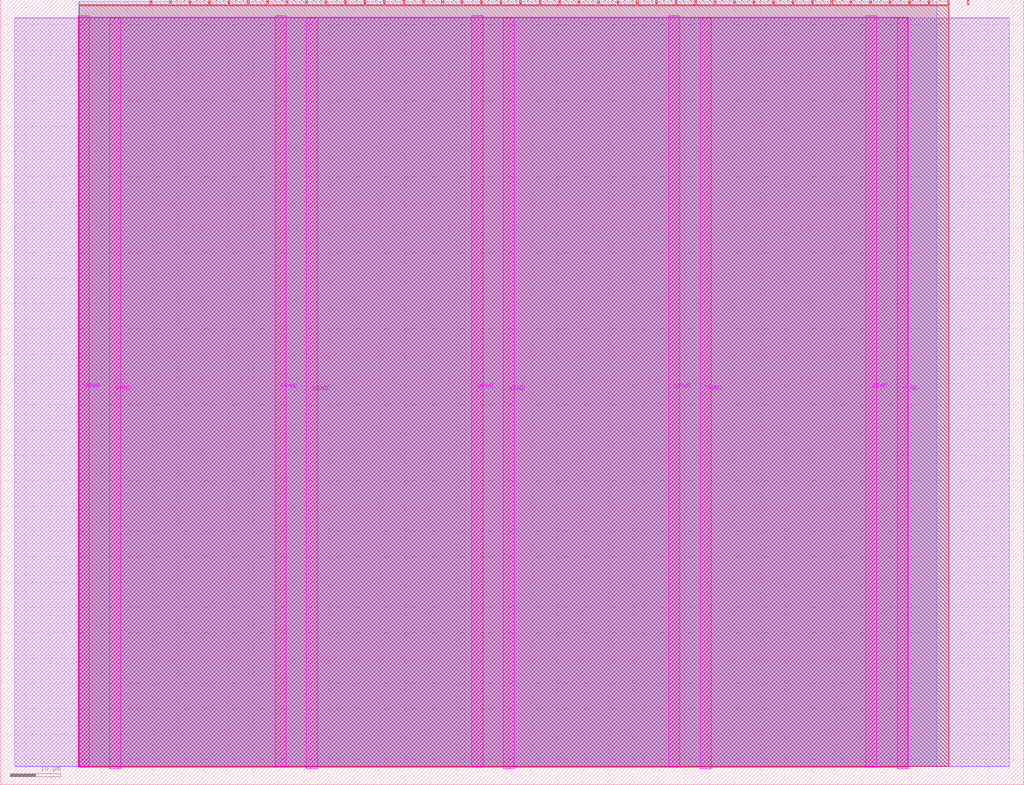
<source format=lef>
VERSION 5.7 ;
  NOWIREEXTENSIONATPIN ON ;
  DIVIDERCHAR "/" ;
  BUSBITCHARS "[]" ;
MACRO tt_um_wokwi_455292505633737729
  CLASS BLOCK ;
  FOREIGN tt_um_wokwi_455292505633737729 ;
  ORIGIN 0.000 0.000 ;
  SIZE 202.080 BY 154.980 ;
  PIN VGND
    DIRECTION INOUT ;
    USE GROUND ;
    PORT
      LAYER TopMetal1 ;
        RECT 21.580 3.150 23.780 151.420 ;
    END
    PORT
      LAYER TopMetal1 ;
        RECT 60.450 3.150 62.650 151.420 ;
    END
    PORT
      LAYER TopMetal1 ;
        RECT 99.320 3.150 101.520 151.420 ;
    END
    PORT
      LAYER TopMetal1 ;
        RECT 138.190 3.150 140.390 151.420 ;
    END
    PORT
      LAYER TopMetal1 ;
        RECT 177.060 3.150 179.260 151.420 ;
    END
  END VGND
  PIN VPWR
    DIRECTION INOUT ;
    USE POWER ;
    PORT
      LAYER TopMetal1 ;
        RECT 15.380 3.560 17.580 151.830 ;
    END
    PORT
      LAYER TopMetal1 ;
        RECT 54.250 3.560 56.450 151.830 ;
    END
    PORT
      LAYER TopMetal1 ;
        RECT 93.120 3.560 95.320 151.830 ;
    END
    PORT
      LAYER TopMetal1 ;
        RECT 131.990 3.560 134.190 151.830 ;
    END
    PORT
      LAYER TopMetal1 ;
        RECT 170.860 3.560 173.060 151.830 ;
    END
  END VPWR
  PIN clk
    DIRECTION INPUT ;
    USE SIGNAL ;
    ANTENNAGATEAREA 0.725400 ;
    PORT
      LAYER Metal4 ;
        RECT 187.050 153.980 187.350 154.980 ;
    END
  END clk
  PIN ena
    DIRECTION INPUT ;
    USE SIGNAL ;
    PORT
      LAYER Metal4 ;
        RECT 190.890 153.980 191.190 154.980 ;
    END
  END ena
  PIN rst_n
    DIRECTION INPUT ;
    USE SIGNAL ;
    PORT
      LAYER Metal4 ;
        RECT 183.210 153.980 183.510 154.980 ;
    END
  END rst_n
  PIN ui_in[0]
    DIRECTION INPUT ;
    USE SIGNAL ;
    ANTENNAGATEAREA 0.180700 ;
    PORT
      LAYER Metal4 ;
        RECT 179.370 153.980 179.670 154.980 ;
    END
  END ui_in[0]
  PIN ui_in[1]
    DIRECTION INPUT ;
    USE SIGNAL ;
    ANTENNAGATEAREA 0.180700 ;
    PORT
      LAYER Metal4 ;
        RECT 175.530 153.980 175.830 154.980 ;
    END
  END ui_in[1]
  PIN ui_in[2]
    DIRECTION INPUT ;
    USE SIGNAL ;
    ANTENNAGATEAREA 0.180700 ;
    PORT
      LAYER Metal4 ;
        RECT 171.690 153.980 171.990 154.980 ;
    END
  END ui_in[2]
  PIN ui_in[3]
    DIRECTION INPUT ;
    USE SIGNAL ;
    PORT
      LAYER Metal4 ;
        RECT 167.850 153.980 168.150 154.980 ;
    END
  END ui_in[3]
  PIN ui_in[4]
    DIRECTION INPUT ;
    USE SIGNAL ;
    PORT
      LAYER Metal4 ;
        RECT 164.010 153.980 164.310 154.980 ;
    END
  END ui_in[4]
  PIN ui_in[5]
    DIRECTION INPUT ;
    USE SIGNAL ;
    PORT
      LAYER Metal4 ;
        RECT 160.170 153.980 160.470 154.980 ;
    END
  END ui_in[5]
  PIN ui_in[6]
    DIRECTION INPUT ;
    USE SIGNAL ;
    PORT
      LAYER Metal4 ;
        RECT 156.330 153.980 156.630 154.980 ;
    END
  END ui_in[6]
  PIN ui_in[7]
    DIRECTION INPUT ;
    USE SIGNAL ;
    PORT
      LAYER Metal4 ;
        RECT 152.490 153.980 152.790 154.980 ;
    END
  END ui_in[7]
  PIN uio_in[0]
    DIRECTION INPUT ;
    USE SIGNAL ;
    PORT
      LAYER Metal4 ;
        RECT 148.650 153.980 148.950 154.980 ;
    END
  END uio_in[0]
  PIN uio_in[1]
    DIRECTION INPUT ;
    USE SIGNAL ;
    PORT
      LAYER Metal4 ;
        RECT 144.810 153.980 145.110 154.980 ;
    END
  END uio_in[1]
  PIN uio_in[2]
    DIRECTION INPUT ;
    USE SIGNAL ;
    PORT
      LAYER Metal4 ;
        RECT 140.970 153.980 141.270 154.980 ;
    END
  END uio_in[2]
  PIN uio_in[3]
    DIRECTION INPUT ;
    USE SIGNAL ;
    PORT
      LAYER Metal4 ;
        RECT 137.130 153.980 137.430 154.980 ;
    END
  END uio_in[3]
  PIN uio_in[4]
    DIRECTION INPUT ;
    USE SIGNAL ;
    PORT
      LAYER Metal4 ;
        RECT 133.290 153.980 133.590 154.980 ;
    END
  END uio_in[4]
  PIN uio_in[5]
    DIRECTION INPUT ;
    USE SIGNAL ;
    PORT
      LAYER Metal4 ;
        RECT 129.450 153.980 129.750 154.980 ;
    END
  END uio_in[5]
  PIN uio_in[6]
    DIRECTION INPUT ;
    USE SIGNAL ;
    PORT
      LAYER Metal4 ;
        RECT 125.610 153.980 125.910 154.980 ;
    END
  END uio_in[6]
  PIN uio_in[7]
    DIRECTION INPUT ;
    USE SIGNAL ;
    PORT
      LAYER Metal4 ;
        RECT 121.770 153.980 122.070 154.980 ;
    END
  END uio_in[7]
  PIN uio_oe[0]
    DIRECTION OUTPUT ;
    USE SIGNAL ;
    ANTENNADIFFAREA 0.299200 ;
    PORT
      LAYER Metal4 ;
        RECT 56.490 153.980 56.790 154.980 ;
    END
  END uio_oe[0]
  PIN uio_oe[1]
    DIRECTION OUTPUT ;
    USE SIGNAL ;
    ANTENNADIFFAREA 0.299200 ;
    PORT
      LAYER Metal4 ;
        RECT 52.650 153.980 52.950 154.980 ;
    END
  END uio_oe[1]
  PIN uio_oe[2]
    DIRECTION OUTPUT ;
    USE SIGNAL ;
    ANTENNADIFFAREA 0.299200 ;
    PORT
      LAYER Metal4 ;
        RECT 48.810 153.980 49.110 154.980 ;
    END
  END uio_oe[2]
  PIN uio_oe[3]
    DIRECTION OUTPUT ;
    USE SIGNAL ;
    ANTENNADIFFAREA 0.299200 ;
    PORT
      LAYER Metal4 ;
        RECT 44.970 153.980 45.270 154.980 ;
    END
  END uio_oe[3]
  PIN uio_oe[4]
    DIRECTION OUTPUT ;
    USE SIGNAL ;
    ANTENNADIFFAREA 0.299200 ;
    PORT
      LAYER Metal4 ;
        RECT 41.130 153.980 41.430 154.980 ;
    END
  END uio_oe[4]
  PIN uio_oe[5]
    DIRECTION OUTPUT ;
    USE SIGNAL ;
    ANTENNADIFFAREA 0.299200 ;
    PORT
      LAYER Metal4 ;
        RECT 37.290 153.980 37.590 154.980 ;
    END
  END uio_oe[5]
  PIN uio_oe[6]
    DIRECTION OUTPUT ;
    USE SIGNAL ;
    ANTENNADIFFAREA 0.299200 ;
    PORT
      LAYER Metal4 ;
        RECT 33.450 153.980 33.750 154.980 ;
    END
  END uio_oe[6]
  PIN uio_oe[7]
    DIRECTION OUTPUT ;
    USE SIGNAL ;
    ANTENNADIFFAREA 0.299200 ;
    PORT
      LAYER Metal4 ;
        RECT 29.610 153.980 29.910 154.980 ;
    END
  END uio_oe[7]
  PIN uio_out[0]
    DIRECTION OUTPUT ;
    USE SIGNAL ;
    ANTENNADIFFAREA 0.299200 ;
    PORT
      LAYER Metal4 ;
        RECT 87.210 153.980 87.510 154.980 ;
    END
  END uio_out[0]
  PIN uio_out[1]
    DIRECTION OUTPUT ;
    USE SIGNAL ;
    ANTENNADIFFAREA 0.299200 ;
    PORT
      LAYER Metal4 ;
        RECT 83.370 153.980 83.670 154.980 ;
    END
  END uio_out[1]
  PIN uio_out[2]
    DIRECTION OUTPUT ;
    USE SIGNAL ;
    ANTENNADIFFAREA 0.299200 ;
    PORT
      LAYER Metal4 ;
        RECT 79.530 153.980 79.830 154.980 ;
    END
  END uio_out[2]
  PIN uio_out[3]
    DIRECTION OUTPUT ;
    USE SIGNAL ;
    ANTENNADIFFAREA 0.299200 ;
    PORT
      LAYER Metal4 ;
        RECT 75.690 153.980 75.990 154.980 ;
    END
  END uio_out[3]
  PIN uio_out[4]
    DIRECTION OUTPUT ;
    USE SIGNAL ;
    ANTENNADIFFAREA 0.299200 ;
    PORT
      LAYER Metal4 ;
        RECT 71.850 153.980 72.150 154.980 ;
    END
  END uio_out[4]
  PIN uio_out[5]
    DIRECTION OUTPUT ;
    USE SIGNAL ;
    ANTENNADIFFAREA 0.299200 ;
    PORT
      LAYER Metal4 ;
        RECT 68.010 153.980 68.310 154.980 ;
    END
  END uio_out[5]
  PIN uio_out[6]
    DIRECTION OUTPUT ;
    USE SIGNAL ;
    ANTENNADIFFAREA 0.299200 ;
    PORT
      LAYER Metal4 ;
        RECT 64.170 153.980 64.470 154.980 ;
    END
  END uio_out[6]
  PIN uio_out[7]
    DIRECTION OUTPUT ;
    USE SIGNAL ;
    ANTENNADIFFAREA 0.299200 ;
    PORT
      LAYER Metal4 ;
        RECT 60.330 153.980 60.630 154.980 ;
    END
  END uio_out[7]
  PIN uo_out[0]
    DIRECTION OUTPUT ;
    USE SIGNAL ;
    ANTENNADIFFAREA 0.708600 ;
    PORT
      LAYER Metal4 ;
        RECT 117.930 153.980 118.230 154.980 ;
    END
  END uo_out[0]
  PIN uo_out[1]
    DIRECTION OUTPUT ;
    USE SIGNAL ;
    ANTENNADIFFAREA 0.708600 ;
    PORT
      LAYER Metal4 ;
        RECT 114.090 153.980 114.390 154.980 ;
    END
  END uo_out[1]
  PIN uo_out[2]
    DIRECTION OUTPUT ;
    USE SIGNAL ;
    ANTENNADIFFAREA 0.299200 ;
    PORT
      LAYER Metal4 ;
        RECT 110.250 153.980 110.550 154.980 ;
    END
  END uo_out[2]
  PIN uo_out[3]
    DIRECTION OUTPUT ;
    USE SIGNAL ;
    ANTENNADIFFAREA 0.299200 ;
    PORT
      LAYER Metal4 ;
        RECT 106.410 153.980 106.710 154.980 ;
    END
  END uo_out[3]
  PIN uo_out[4]
    DIRECTION OUTPUT ;
    USE SIGNAL ;
    ANTENNADIFFAREA 0.299200 ;
    PORT
      LAYER Metal4 ;
        RECT 102.570 153.980 102.870 154.980 ;
    END
  END uo_out[4]
  PIN uo_out[5]
    DIRECTION OUTPUT ;
    USE SIGNAL ;
    ANTENNADIFFAREA 0.299200 ;
    PORT
      LAYER Metal4 ;
        RECT 98.730 153.980 99.030 154.980 ;
    END
  END uo_out[5]
  PIN uo_out[6]
    DIRECTION OUTPUT ;
    USE SIGNAL ;
    ANTENNADIFFAREA 0.708600 ;
    PORT
      LAYER Metal4 ;
        RECT 94.890 153.980 95.190 154.980 ;
    END
  END uo_out[6]
  PIN uo_out[7]
    DIRECTION OUTPUT ;
    USE SIGNAL ;
    ANTENNADIFFAREA 0.708600 ;
    PORT
      LAYER Metal4 ;
        RECT 91.050 153.980 91.350 154.980 ;
    END
  END uo_out[7]
  OBS
      LAYER GatPoly ;
        RECT 2.880 3.630 199.200 151.350 ;
      LAYER Metal1 ;
        RECT 2.880 3.560 199.200 151.420 ;
      LAYER Metal2 ;
        RECT 15.560 3.635 184.905 154.705 ;
      LAYER Metal3 ;
        RECT 15.515 3.680 187.345 154.660 ;
      LAYER Metal4 ;
        RECT 15.560 153.770 29.400 153.980 ;
        RECT 30.120 153.770 33.240 153.980 ;
        RECT 33.960 153.770 37.080 153.980 ;
        RECT 37.800 153.770 40.920 153.980 ;
        RECT 41.640 153.770 44.760 153.980 ;
        RECT 45.480 153.770 48.600 153.980 ;
        RECT 49.320 153.770 52.440 153.980 ;
        RECT 53.160 153.770 56.280 153.980 ;
        RECT 57.000 153.770 60.120 153.980 ;
        RECT 60.840 153.770 63.960 153.980 ;
        RECT 64.680 153.770 67.800 153.980 ;
        RECT 68.520 153.770 71.640 153.980 ;
        RECT 72.360 153.770 75.480 153.980 ;
        RECT 76.200 153.770 79.320 153.980 ;
        RECT 80.040 153.770 83.160 153.980 ;
        RECT 83.880 153.770 87.000 153.980 ;
        RECT 87.720 153.770 90.840 153.980 ;
        RECT 91.560 153.770 94.680 153.980 ;
        RECT 95.400 153.770 98.520 153.980 ;
        RECT 99.240 153.770 102.360 153.980 ;
        RECT 103.080 153.770 106.200 153.980 ;
        RECT 106.920 153.770 110.040 153.980 ;
        RECT 110.760 153.770 113.880 153.980 ;
        RECT 114.600 153.770 117.720 153.980 ;
        RECT 118.440 153.770 121.560 153.980 ;
        RECT 122.280 153.770 125.400 153.980 ;
        RECT 126.120 153.770 129.240 153.980 ;
        RECT 129.960 153.770 133.080 153.980 ;
        RECT 133.800 153.770 136.920 153.980 ;
        RECT 137.640 153.770 140.760 153.980 ;
        RECT 141.480 153.770 144.600 153.980 ;
        RECT 145.320 153.770 148.440 153.980 ;
        RECT 149.160 153.770 152.280 153.980 ;
        RECT 153.000 153.770 156.120 153.980 ;
        RECT 156.840 153.770 159.960 153.980 ;
        RECT 160.680 153.770 163.800 153.980 ;
        RECT 164.520 153.770 167.640 153.980 ;
        RECT 168.360 153.770 171.480 153.980 ;
        RECT 172.200 153.770 175.320 153.980 ;
        RECT 176.040 153.770 179.160 153.980 ;
        RECT 179.880 153.770 183.000 153.980 ;
        RECT 183.720 153.770 186.840 153.980 ;
        RECT 15.560 3.635 187.300 153.770 ;
      LAYER Metal5 ;
        RECT 15.515 3.470 179.125 151.510 ;
  END
END tt_um_wokwi_455292505633737729
END LIBRARY


</source>
